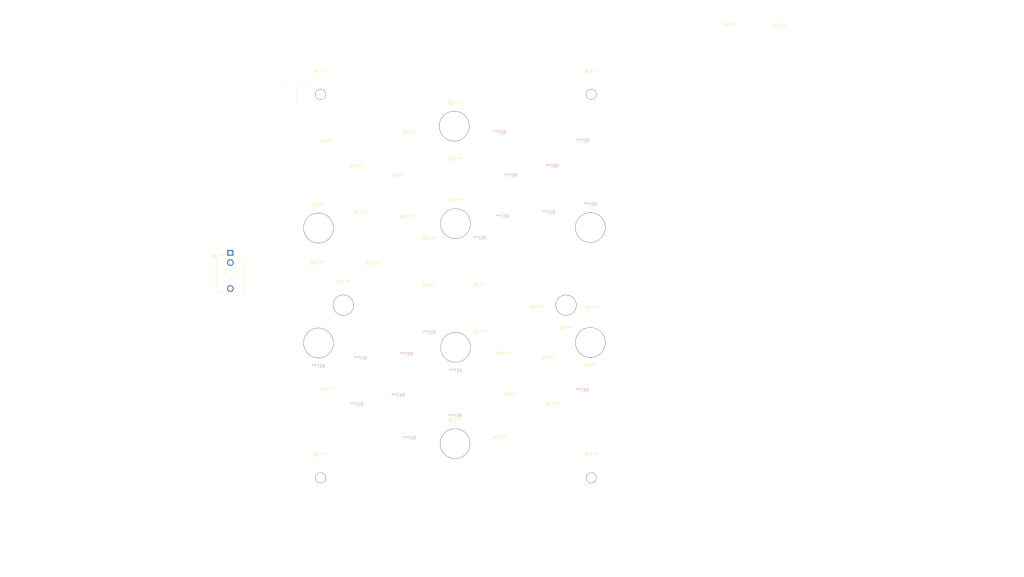
<source format=kicad_pcb>
(kicad_pcb (version 20171130) (host pcbnew "(6.0.0-rc1-dev-209-g91e3d21d6)")

  (general
    (thickness 1.6002)
    (drawings 83)
    (tracks 0)
    (zones 0)
    (modules 53)
    (nets 1)
  )

  (page A4)
  (title_block
    (date "15 jun 2016")
  )

  (layers
    (0 Front signal)
    (31 Back signal)
    (32 B.Adhes user)
    (33 F.Adhes user)
    (34 B.Paste user)
    (35 F.Paste user)
    (36 B.SilkS user)
    (37 F.SilkS user)
    (38 B.Mask user)
    (39 F.Mask user)
    (40 Dwgs.User user)
    (41 Cmts.User user)
    (42 Eco1.User user)
    (43 Eco2.User user)
    (44 Edge.Cuts user)
  )

  (setup
    (last_trace_width 0.2032)
    (trace_clearance 0.254)
    (zone_clearance 0.508)
    (zone_45_only no)
    (trace_min 0.2032)
    (via_size 0.889)
    (via_drill 0.635)
    (via_min_size 0.889)
    (via_min_drill 0.508)
    (uvia_size 0.508)
    (uvia_drill 0.127)
    (uvias_allowed no)
    (uvia_min_size 0.508)
    (uvia_min_drill 0.127)
    (edge_width 0.02032)
    (segment_width 0.381)
    (pcb_text_width 0.3048)
    (pcb_text_size 1.524 2.032)
    (mod_edge_width 0.381)
    (mod_text_size 1.524 1.524)
    (mod_text_width 0.3048)
    (pad_size 6.6 6.6)
    (pad_drill 6.4)
    (pad_to_mask_clearance 0.254)
    (aux_axis_origin 0 0)
    (visible_elements FFFFFF7F)
    (pcbplotparams
      (layerselection 0x010c0_ffffffff)
      (usegerberextensions true)
      (usegerberattributes false)
      (usegerberadvancedattributes false)
      (creategerberjobfile false)
      (excludeedgelayer true)
      (linewidth 0.150000)
      (plotframeref false)
      (viasonmask false)
      (mode 1)
      (useauxorigin false)
      (hpglpennumber 1)
      (hpglpenspeed 20)
      (hpglpendiameter 15.000000)
      (psnegative false)
      (psa4output false)
      (plotreference false)
      (plotvalue false)
      (plotinvisibletext false)
      (padsonsilk false)
      (subtractmaskfromsilk false)
      (outputformat 1)
      (mirror false)
      (drillshape 0)
      (scaleselection 1)
      (outputdirectory ""))
  )

  (net 0 "")

  (net_class Default "This is the default net class."
    (clearance 0.254)
    (trace_width 0.2032)
    (via_dia 0.889)
    (via_drill 0.635)
    (uvia_dia 0.508)
    (uvia_drill 0.127)
  )

  (module Mounting_Holes:MountingHole_6.4mm_M6 (layer Front) (tedit 5D12417A) (tstamp 5D41EF6A)
    (at 172.47 156.2)
    (descr "Mounting Hole 6.4mm, no annular, M6")
    (tags "mounting hole 6.4mm no annular m6")
    (fp_text reference REF** (at 0 -7.4) (layer F.SilkS)
      (effects (font (size 1 1) (thickness 0.15)))
    )
    (fp_text value MountingHole_6.4mm_M6 (at 0 7.4) (layer F.Fab)
      (effects (font (size 1 1) (thickness 0.15)))
    )
    (fp_circle (center 0 0) (end 6.4 0) (layer Cmts.User) (width 0.15))
    (fp_circle (center 0 0) (end 6.65 0) (layer F.CrtYd) (width 0.05))
    (pad "" np_thru_hole circle (at 0 0) (size 9.6 9.6) (drill 9.4) (layers *.Cu))
  )

  (module Mounting_Holes:MountingHole_6.4mm_M6 (layer Front) (tedit 56D1B4CB) (tstamp 5D1A11C1)
    (at 131.7 146.3)
    (descr "Mounting Hole 6.4mm, no annular, M6")
    (tags "mounting hole 6.4mm no annular m6")
    (fp_text reference REF** (at 0 -7.4) (layer F.SilkS)
      (effects (font (size 1 1) (thickness 0.15)))
    )
    (fp_text value MountingHole_6.4mm_M6 (at 0 7.4) (layer F.Fab)
      (effects (font (size 1 1) (thickness 0.15)))
    )
    (fp_circle (center 0 0) (end 6.65 0) (layer F.CrtYd) (width 0.05))
    (fp_circle (center 0 0) (end 6.4 0) (layer Cmts.User) (width 0.15))
    (pad 1 np_thru_hole circle (at 0 0) (size 6.4 6.4) (drill 6.4) (layers *.Cu *.Mask))
  )

  (module Mounting_Holes:MountingHole_6.4mm_M6 (layer Back) (tedit 56D1B4CB) (tstamp 5D1A8F3A)
    (at 212.98 146.51 180)
    (descr "Mounting Hole 6.4mm, no annular, M6")
    (tags "mounting hole 6.4mm no annular m6")
    (fp_text reference REF** (at 0 7.4 180) (layer B.SilkS)
      (effects (font (size 1 1) (thickness 0.15)) (justify mirror))
    )
    (fp_text value MountingHole_6.4mm_M6 (at 0 -7.4 180) (layer B.Fab)
      (effects (font (size 1 1) (thickness 0.15)) (justify mirror))
    )
    (fp_circle (center 0 0) (end 6.65 0) (layer B.CrtYd) (width 0.05))
    (fp_circle (center 0 0) (end 6.4 0) (layer Cmts.User) (width 0.15))
    (pad 1 np_thru_hole circle (at 0 0 180) (size 6.4 6.4) (drill 6.4) (layers *.Cu *.Mask))
  )

  (module Mounting_Holes:MountingHole_6.4mm_M6 (layer Back) (tedit 56D1B4CB) (tstamp 5D1A8C0D)
    (at 157.89 147.04)
    (descr "Mounting Hole 6.4mm, no annular, M6")
    (tags "mounting hole 6.4mm no annular m6")
    (fp_text reference REF** (at 0 7.4) (layer B.SilkS)
      (effects (font (size 1 1) (thickness 0.15)) (justify mirror))
    )
    (fp_text value MountingHole_6.4mm_M6 (at 0 -7.4) (layer B.Fab)
      (effects (font (size 1 1) (thickness 0.15)) (justify mirror))
    )
    (fp_circle (center 0 0) (end 6.65 0) (layer B.CrtYd) (width 0.05))
    (fp_circle (center 0 0) (end 6.4 0) (layer Cmts.User) (width 0.15))
    (pad 1 np_thru_hole circle (at 0 0) (size 6.4 6.4) (drill 6.4) (layers *.Cu *.Mask))
  )

  (module Mounting_Holes:MountingHole_6.4mm_M6 (layer Front) (tedit 56D1B4CB) (tstamp 5D1A8F82)
    (at 186.63 146.88 180)
    (descr "Mounting Hole 6.4mm, no annular, M6")
    (tags "mounting hole 6.4mm no annular m6")
    (fp_text reference REF** (at 0 -7.4 180) (layer F.SilkS)
      (effects (font (size 1 1) (thickness 0.15)))
    )
    (fp_text value MountingHole_6.4mm_M6 (at 0 7.4 180) (layer F.Fab)
      (effects (font (size 1 1) (thickness 0.15)))
    )
    (fp_circle (center 0 0) (end 6.65 0) (layer F.CrtYd) (width 0.05))
    (fp_circle (center 0 0) (end 6.4 0) (layer Cmts.User) (width 0.15))
    (pad 1 np_thru_hole circle (at 0 0 180) (size 6.4 6.4) (drill 6.4) (layers *.Cu *.Mask))
  )

  (module Mounting_Holes:MountingHole_6.4mm_M6 locked (layer Front) (tedit 5D1241CF) (tstamp 5D1A930C)
    (at 215.9 167.13)
    (descr "Mounting Hole 6.4mm, no annular, M6")
    (tags "mounting hole 6.4mm no annular m6")
    (fp_text reference REF** (at 0 -7.4) (layer F.SilkS)
      (effects (font (size 1 1) (thickness 0.15)))
    )
    (fp_text value MountingHole_6.4mm_M6 (at 0 7.4) (layer F.Fab)
      (effects (font (size 1 1) (thickness 0.15)))
    )
    (fp_circle (center 0 0) (end 6.4 0) (layer Cmts.User) (width 0.15))
    (fp_circle (center 0 0) (end 6.65 0) (layer F.CrtYd) (width 0.05))
    (pad "" np_thru_hole circle (at 0 0) (size 3.4 3.4) (drill 3.2) (layers *.Cu *.Mask))
  )

  (module Mounting_Holes:MountingHole_6.4mm_M6 locked (layer Front) (tedit 5D1241CF) (tstamp 5D1A9305)
    (at 215.9 44.7)
    (descr "Mounting Hole 6.4mm, no annular, M6")
    (tags "mounting hole 6.4mm no annular m6")
    (fp_text reference REF** (at 0 -7.4) (layer F.SilkS)
      (effects (font (size 1 1) (thickness 0.15)))
    )
    (fp_text value MountingHole_6.4mm_M6 (at 0 7.4) (layer F.Fab)
      (effects (font (size 1 1) (thickness 0.15)))
    )
    (fp_circle (center 0 0) (end 6.65 0) (layer F.CrtYd) (width 0.05))
    (fp_circle (center 0 0) (end 6.4 0) (layer Cmts.User) (width 0.15))
    (pad "" np_thru_hole circle (at 0 0) (size 3.4 3.4) (drill 3.2) (layers *.Cu *.Mask))
  )

  (module Mounting_Holes:MountingHole_6.4mm_M6 (layer Front) (tedit 56D1B4CB) (tstamp 5D1A8FB2)
    (at 198.42 105.22 180)
    (descr "Mounting Hole 6.4mm, no annular, M6")
    (tags "mounting hole 6.4mm no annular m6")
    (fp_text reference REF** (at 0 -7.4 180) (layer F.SilkS)
      (effects (font (size 1 1) (thickness 0.15)))
    )
    (fp_text value MountingHole_6.4mm_M6 (at 0 7.4 180) (layer F.Fab)
      (effects (font (size 1 1) (thickness 0.15)))
    )
    (fp_circle (center 0 0) (end 6.4 0) (layer Cmts.User) (width 0.15))
    (fp_circle (center 0 0) (end 6.65 0) (layer F.CrtYd) (width 0.05))
    (pad 1 np_thru_hole circle (at 0 0 180) (size 6.4 6.4) (drill 6.4) (layers *.Cu *.Mask))
  )

  (module Mounting_Holes:MountingHole_6.4mm_M6 (layer Front) (tedit 56D1B4CB) (tstamp 5D1A8FA6)
    (at 216.04 105.42 180)
    (descr "Mounting Hole 6.4mm, no annular, M6")
    (tags "mounting hole 6.4mm no annular m6")
    (fp_text reference REF** (at 0 -7.4 180) (layer F.SilkS)
      (effects (font (size 1 1) (thickness 0.15)))
    )
    (fp_text value MountingHole_6.4mm_M6 (at 0 7.4 180) (layer F.Fab)
      (effects (font (size 1 1) (thickness 0.15)))
    )
    (fp_circle (center 0 0) (end 6.65 0) (layer F.CrtYd) (width 0.05))
    (fp_circle (center 0 0) (end 6.4 0) (layer Cmts.User) (width 0.15))
    (pad 1 np_thru_hole circle (at 0 0 180) (size 6.4 6.4) (drill 6.4) (layers *.Cu *.Mask))
  )

  (module Mounting_Holes:MountingHole_6.4mm_M6 (layer Front) (tedit 56D1B4CB) (tstamp 5D1A8FA0)
    (at 180.27 113.14 180)
    (descr "Mounting Hole 6.4mm, no annular, M6")
    (tags "mounting hole 6.4mm no annular m6")
    (fp_text reference REF** (at 0 -7.4 180) (layer F.SilkS)
      (effects (font (size 1 1) (thickness 0.15)))
    )
    (fp_text value MountingHole_6.4mm_M6 (at 0 7.4 180) (layer F.Fab)
      (effects (font (size 1 1) (thickness 0.15)))
    )
    (fp_circle (center 0 0) (end 6.4 0) (layer Cmts.User) (width 0.15))
    (fp_circle (center 0 0) (end 6.65 0) (layer F.CrtYd) (width 0.05))
    (pad 1 np_thru_hole circle (at 0 0 180) (size 6.4 6.4) (drill 6.4) (layers *.Cu *.Mask))
  )

  (module Mounting_Holes:MountingHole_6.4mm_M6 (layer Front) (tedit 56D1B4CB) (tstamp 5D1A8F9A)
    (at 180.48 98.11 180)
    (descr "Mounting Hole 6.4mm, no annular, M6")
    (tags "mounting hole 6.4mm no annular m6")
    (fp_text reference REF** (at 0 -7.4 180) (layer F.SilkS)
      (effects (font (size 1 1) (thickness 0.15)))
    )
    (fp_text value MountingHole_6.4mm_M6 (at 0 7.4 180) (layer F.Fab)
      (effects (font (size 1 1) (thickness 0.15)))
    )
    (fp_circle (center 0 0) (end 6.4 0) (layer Cmts.User) (width 0.15))
    (fp_circle (center 0 0) (end 6.65 0) (layer F.CrtYd) (width 0.05))
    (pad 1 np_thru_hole circle (at 0 0 180) (size 6.4 6.4) (drill 6.4) (layers *.Cu *.Mask))
  )

  (module Mounting_Holes:MountingHole_6.4mm_M6 (layer Front) (tedit 56D1B4CB) (tstamp 5D1A8F94)
    (at 202.28 121.37 180)
    (descr "Mounting Hole 6.4mm, no annular, M6")
    (tags "mounting hole 6.4mm no annular m6")
    (fp_text reference REF** (at 0 -7.4 180) (layer F.SilkS)
      (effects (font (size 1 1) (thickness 0.15)))
    )
    (fp_text value MountingHole_6.4mm_M6 (at 0 7.4 180) (layer F.Fab)
      (effects (font (size 1 1) (thickness 0.15)))
    )
    (fp_circle (center 0 0) (end 6.65 0) (layer F.CrtYd) (width 0.05))
    (fp_circle (center 0 0) (end 6.4 0) (layer Cmts.User) (width 0.15))
    (pad 1 np_thru_hole circle (at 0 0 180) (size 6.4 6.4) (drill 6.4) (layers *.Cu *.Mask))
  )

  (module Mounting_Holes:MountingHole_6.4mm_M6 (layer Front) (tedit 56D1B4CB) (tstamp 5D1A8F8E)
    (at 190.21 133.18 180)
    (descr "Mounting Hole 6.4mm, no annular, M6")
    (tags "mounting hole 6.4mm no annular m6")
    (fp_text reference REF** (at 0 -7.4 180) (layer F.SilkS)
      (effects (font (size 1 1) (thickness 0.15)))
    )
    (fp_text value MountingHole_6.4mm_M6 (at 0 7.4 180) (layer F.Fab)
      (effects (font (size 1 1) (thickness 0.15)))
    )
    (fp_circle (center 0 0) (end 6.4 0) (layer Cmts.User) (width 0.15))
    (fp_circle (center 0 0) (end 6.65 0) (layer F.CrtYd) (width 0.05))
    (pad 1 np_thru_hole circle (at 0 0 180) (size 6.4 6.4) (drill 6.4) (layers *.Cu *.Mask))
  )

  (module Mounting_Holes:MountingHole_6.4mm_M6 (layer Front) (tedit 56D1B4CB) (tstamp 5D1A8F88)
    (at 203.44 136.11 180)
    (descr "Mounting Hole 6.4mm, no annular, M6")
    (tags "mounting hole 6.4mm no annular m6")
    (fp_text reference REF** (at 0 -7.4 180) (layer F.SilkS)
      (effects (font (size 1 1) (thickness 0.15)))
    )
    (fp_text value MountingHole_6.4mm_M6 (at 0 7.4 180) (layer F.Fab)
      (effects (font (size 1 1) (thickness 0.15)))
    )
    (fp_circle (center 0 0) (end 6.4 0) (layer Cmts.User) (width 0.15))
    (fp_circle (center 0 0) (end 6.65 0) (layer F.CrtYd) (width 0.05))
    (pad 1 np_thru_hole circle (at 0 0 180) (size 6.4 6.4) (drill 6.4) (layers *.Cu *.Mask))
  )

  (module Mounting_Holes:MountingHole_6.4mm_M6 (layer Front) (tedit 5D1241FA) (tstamp 5D1A8F64)
    (at 207.85 112 180)
    (descr "Mounting Hole 6.4mm, no annular, M6")
    (tags "mounting hole 6.4mm no annular m6")
    (fp_text reference REF** (at 0 -7.4 180) (layer F.SilkS)
      (effects (font (size 1 1) (thickness 0.15)))
    )
    (fp_text value MountingHole_6.4mm_M6 (at 0 7.4 180) (layer F.Fab)
      (effects (font (size 1 1) (thickness 0.15)))
    )
    (fp_circle (center 0 0) (end 6.4 0) (layer Cmts.User) (width 0.15))
    (fp_circle (center 0 0) (end 6.65 0) (layer F.CrtYd) (width 0.05))
    (pad "" np_thru_hole circle (at 0 0 180) (size 6.6 6.6) (drill 6.4) (layers *.Cu *.Mask))
  )

  (module Mounting_Holes:MountingHole_6.4mm_M6 (layer Front) (tedit 5D124193) (tstamp 5D1A8F5E)
    (at 215.61 123.91 180)
    (descr "Mounting Hole 6.4mm, no annular, M6")
    (tags "mounting hole 6.4mm no annular m6")
    (fp_text reference REF** (at 0 -7.4 180) (layer F.SilkS)
      (effects (font (size 1 1) (thickness 0.15)))
    )
    (fp_text value MountingHole_6.4mm_M6 (at 0 7.4 180) (layer F.Fab)
      (effects (font (size 1 1) (thickness 0.15)))
    )
    (fp_circle (center 0 0) (end 6.65 0) (layer F.CrtYd) (width 0.05))
    (fp_circle (center 0 0) (end 6.4 0) (layer Cmts.User) (width 0.15))
    (pad "" np_thru_hole circle (at 0 0 180) (size 9.6 9.6) (drill 9.4) (layers *.Cu))
  )

  (module Mounting_Holes:MountingHole_6.4mm_M6 (layer Front) (tedit 56D1B4CB) (tstamp 5D1A8F58)
    (at 187.59 120.05 180)
    (descr "Mounting Hole 6.4mm, no annular, M6")
    (tags "mounting hole 6.4mm no annular m6")
    (fp_text reference REF** (at 0 -7.4 180) (layer F.SilkS)
      (effects (font (size 1 1) (thickness 0.15)))
    )
    (fp_text value MountingHole_6.4mm_M6 (at 0 7.4 180) (layer F.Fab)
      (effects (font (size 1 1) (thickness 0.15)))
    )
    (fp_circle (center 0 0) (end 6.65 0) (layer F.CrtYd) (width 0.05))
    (fp_circle (center 0 0) (end 6.4 0) (layer Cmts.User) (width 0.15))
    (pad 1 np_thru_hole circle (at 0 0 180) (size 6.4 6.4) (drill 6.4) (layers *.Cu *.Mask))
  )

  (module Mounting_Holes:MountingHole_6.4mm_M6 (layer Back) (tedit 56D1B4CB) (tstamp 5D1A8F52)
    (at 187.59 91.08 180)
    (descr "Mounting Hole 6.4mm, no annular, M6")
    (tags "mounting hole 6.4mm no annular m6")
    (fp_text reference REF** (at 0 7.4 180) (layer B.SilkS)
      (effects (font (size 1 1) (thickness 0.15)) (justify mirror))
    )
    (fp_text value MountingHole_6.4mm_M6 (at 0 -7.4 180) (layer B.Fab)
      (effects (font (size 1 1) (thickness 0.15)) (justify mirror))
    )
    (fp_circle (center 0 0) (end 6.4 0) (layer Cmts.User) (width 0.15))
    (fp_circle (center 0 0) (end 6.65 0) (layer B.CrtYd) (width 0.05))
    (pad 1 np_thru_hole circle (at 0 0 180) (size 6.4 6.4) (drill 6.4) (layers *.Cu *.Mask))
  )

  (module Mounting_Holes:MountingHole_6.4mm_M6 (layer Back) (tedit 5D124193) (tstamp 5D1A8F4C)
    (at 215.61 87.22 180)
    (descr "Mounting Hole 6.4mm, no annular, M6")
    (tags "mounting hole 6.4mm no annular m6")
    (fp_text reference REF** (at 0 7.4 180) (layer B.SilkS)
      (effects (font (size 1 1) (thickness 0.15)) (justify mirror))
    )
    (fp_text value MountingHole_6.4mm_M6 (at 0 -7.4 180) (layer B.Fab)
      (effects (font (size 1 1) (thickness 0.15)) (justify mirror))
    )
    (fp_circle (center 0 0) (end 6.4 0) (layer Cmts.User) (width 0.15))
    (fp_circle (center 0 0) (end 6.65 0) (layer B.CrtYd) (width 0.05))
    (pad "" np_thru_hole circle (at 0 0 180) (size 9.6 9.6) (drill 9.4) (layers *.Cu))
  )

  (module Mounting_Holes:MountingHole_6.4mm_M6 (layer Back) (tedit 56D1B4CB) (tstamp 5D1A8F34)
    (at 213.19 66.9 180)
    (descr "Mounting Hole 6.4mm, no annular, M6")
    (tags "mounting hole 6.4mm no annular m6")
    (fp_text reference REF** (at 0 7.4 180) (layer B.SilkS)
      (effects (font (size 1 1) (thickness 0.15)) (justify mirror))
    )
    (fp_text value MountingHole_6.4mm_M6 (at 0 -7.4 180) (layer B.Fab)
      (effects (font (size 1 1) (thickness 0.15)) (justify mirror))
    )
    (fp_circle (center 0 0) (end 6.4 0) (layer Cmts.User) (width 0.15))
    (fp_circle (center 0 0) (end 6.65 0) (layer B.CrtYd) (width 0.05))
    (pad 1 np_thru_hole circle (at 0 0 180) (size 6.4 6.4) (drill 6.4) (layers *.Cu *.Mask))
  )

  (module Mounting_Holes:MountingHole_6.4mm_M6 (layer Back) (tedit 56D1B4CB) (tstamp 5D1A8F2E)
    (at 186.63 64.25 180)
    (descr "Mounting Hole 6.4mm, no annular, M6")
    (tags "mounting hole 6.4mm no annular m6")
    (fp_text reference REF** (at 0 7.4 180) (layer B.SilkS)
      (effects (font (size 1 1) (thickness 0.15)) (justify mirror))
    )
    (fp_text value MountingHole_6.4mm_M6 (at 0 -7.4 180) (layer B.Fab)
      (effects (font (size 1 1) (thickness 0.15)) (justify mirror))
    )
    (fp_circle (center 0 0) (end 6.4 0) (layer Cmts.User) (width 0.15))
    (fp_circle (center 0 0) (end 6.65 0) (layer B.CrtYd) (width 0.05))
    (pad 1 np_thru_hole circle (at 0 0 180) (size 6.4 6.4) (drill 6.4) (layers *.Cu *.Mask))
  )

  (module Mounting_Holes:MountingHole_6.4mm_M6 (layer Back) (tedit 56D1B4CB) (tstamp 5D1A8F28)
    (at 203.44 75.02 180)
    (descr "Mounting Hole 6.4mm, no annular, M6")
    (tags "mounting hole 6.4mm no annular m6")
    (fp_text reference REF** (at 0 7.4 180) (layer B.SilkS)
      (effects (font (size 1 1) (thickness 0.15)) (justify mirror))
    )
    (fp_text value MountingHole_6.4mm_M6 (at 0 -7.4 180) (layer B.Fab)
      (effects (font (size 1 1) (thickness 0.15)) (justify mirror))
    )
    (fp_circle (center 0 0) (end 6.65 0) (layer B.CrtYd) (width 0.05))
    (fp_circle (center 0 0) (end 6.4 0) (layer Cmts.User) (width 0.15))
    (pad 1 np_thru_hole circle (at 0 0 180) (size 6.4 6.4) (drill 6.4) (layers *.Cu *.Mask))
  )

  (module Mounting_Holes:MountingHole_6.4mm_M6 (layer Back) (tedit 56D1B4CB) (tstamp 5D1A8F22)
    (at 190.21 77.95 180)
    (descr "Mounting Hole 6.4mm, no annular, M6")
    (tags "mounting hole 6.4mm no annular m6")
    (fp_text reference REF** (at 0 7.4 180) (layer B.SilkS)
      (effects (font (size 1 1) (thickness 0.15)) (justify mirror))
    )
    (fp_text value MountingHole_6.4mm_M6 (at 0 -7.4 180) (layer B.Fab)
      (effects (font (size 1 1) (thickness 0.15)) (justify mirror))
    )
    (fp_circle (center 0 0) (end 6.65 0) (layer B.CrtYd) (width 0.05))
    (fp_circle (center 0 0) (end 6.4 0) (layer Cmts.User) (width 0.15))
    (pad 1 np_thru_hole circle (at 0 0 180) (size 6.4 6.4) (drill 6.4) (layers *.Cu *.Mask))
  )

  (module Mounting_Holes:MountingHole_6.4mm_M6 (layer Back) (tedit 56D1B4CB) (tstamp 5D1A8F1C)
    (at 202.28 89.76 180)
    (descr "Mounting Hole 6.4mm, no annular, M6")
    (tags "mounting hole 6.4mm no annular m6")
    (fp_text reference REF** (at 0 7.4 180) (layer B.SilkS)
      (effects (font (size 1 1) (thickness 0.15)) (justify mirror))
    )
    (fp_text value MountingHole_6.4mm_M6 (at 0 -7.4 180) (layer B.Fab)
      (effects (font (size 1 1) (thickness 0.15)) (justify mirror))
    )
    (fp_circle (center 0 0) (end 6.4 0) (layer Cmts.User) (width 0.15))
    (fp_circle (center 0 0) (end 6.65 0) (layer B.CrtYd) (width 0.05))
    (pad 1 np_thru_hole circle (at 0 0 180) (size 6.4 6.4) (drill 6.4) (layers *.Cu *.Mask))
  )

  (module Mounting_Holes:MountingHole_6.4mm_M6 (layer Back) (tedit 56D1B4CB) (tstamp 5D1A8F16)
    (at 180.27 97.99 180)
    (descr "Mounting Hole 6.4mm, no annular, M6")
    (tags "mounting hole 6.4mm no annular m6")
    (fp_text reference REF** (at 0 7.4 180) (layer B.SilkS)
      (effects (font (size 1 1) (thickness 0.15)) (justify mirror))
    )
    (fp_text value MountingHole_6.4mm_M6 (at 0 -7.4 180) (layer B.Fab)
      (effects (font (size 1 1) (thickness 0.15)) (justify mirror))
    )
    (fp_circle (center 0 0) (end 6.65 0) (layer B.CrtYd) (width 0.05))
    (fp_circle (center 0 0) (end 6.4 0) (layer Cmts.User) (width 0.15))
    (pad 1 np_thru_hole circle (at 0 0 180) (size 6.4 6.4) (drill 6.4) (layers *.Cu *.Mask))
  )

  (module Mounting_Holes:MountingHole_6.4mm_M6 (layer Back) (tedit 5D10E963) (tstamp 5D1A8C37)
    (at 172.59 125.47)
    (descr "Mounting Hole 6.4mm, no annular, M6")
    (tags "mounting hole 6.4mm no annular m6")
    (fp_text reference REF** (at 0 7.4) (layer B.SilkS)
      (effects (font (size 1 1) (thickness 0.15)) (justify mirror))
    )
    (fp_text value MountingHole_6.4mm_M6 (at 0 -7.4) (layer B.Fab)
      (effects (font (size 1 1) (thickness 0.15)) (justify mirror))
    )
    (fp_circle (center 0 0) (end 6.65 0) (layer B.CrtYd) (width 0.05))
    (fp_circle (center 0 0) (end 6.4 0) (layer Cmts.User) (width 0.15))
    (pad "" np_thru_hole circle (at 0 0) (size 9.6 9.6) (drill 9.4) (layers *.Cu))
  )

  (module Mounting_Holes:MountingHole_6.4mm_M6 (layer Back) (tedit 56D1B4CB) (tstamp 5D1A8C2B)
    (at 164.25 113.3)
    (descr "Mounting Hole 6.4mm, no annular, M6")
    (tags "mounting hole 6.4mm no annular m6")
    (fp_text reference REF** (at 0 7.4) (layer B.SilkS)
      (effects (font (size 1 1) (thickness 0.15)) (justify mirror))
    )
    (fp_text value MountingHole_6.4mm_M6 (at 0 -7.4) (layer B.Fab)
      (effects (font (size 1 1) (thickness 0.15)) (justify mirror))
    )
    (fp_circle (center 0 0) (end 6.4 0) (layer Cmts.User) (width 0.15))
    (fp_circle (center 0 0) (end 6.65 0) (layer B.CrtYd) (width 0.05))
    (pad 1 np_thru_hole circle (at 0 0) (size 6.4 6.4) (drill 6.4) (layers *.Cu *.Mask))
  )

  (module Mounting_Holes:MountingHole_6.4mm_M6 (layer Back) (tedit 56D1B4CB) (tstamp 5D1A8C1F)
    (at 142.24 121.53)
    (descr "Mounting Hole 6.4mm, no annular, M6")
    (tags "mounting hole 6.4mm no annular m6")
    (fp_text reference REF** (at 0 7.4) (layer B.SilkS)
      (effects (font (size 1 1) (thickness 0.15)) (justify mirror))
    )
    (fp_text value MountingHole_6.4mm_M6 (at 0 -7.4) (layer B.Fab)
      (effects (font (size 1 1) (thickness 0.15)) (justify mirror))
    )
    (fp_circle (center 0 0) (end 6.65 0) (layer B.CrtYd) (width 0.05))
    (fp_circle (center 0 0) (end 6.4 0) (layer Cmts.User) (width 0.15))
    (pad 1 np_thru_hole circle (at 0 0) (size 6.4 6.4) (drill 6.4) (layers *.Cu *.Mask))
  )

  (module Mounting_Holes:MountingHole_6.4mm_M6 (layer Back) (tedit 56D1B4CB) (tstamp 5D1A8C19)
    (at 154.31 133.34)
    (descr "Mounting Hole 6.4mm, no annular, M6")
    (tags "mounting hole 6.4mm no annular m6")
    (fp_text reference REF** (at 0 7.4) (layer B.SilkS)
      (effects (font (size 1 1) (thickness 0.15)) (justify mirror))
    )
    (fp_text value MountingHole_6.4mm_M6 (at 0 -7.4) (layer B.Fab)
      (effects (font (size 1 1) (thickness 0.15)) (justify mirror))
    )
    (fp_circle (center 0 0) (end 6.4 0) (layer Cmts.User) (width 0.15))
    (fp_circle (center 0 0) (end 6.65 0) (layer B.CrtYd) (width 0.05))
    (pad 1 np_thru_hole circle (at 0 0) (size 6.4 6.4) (drill 6.4) (layers *.Cu *.Mask))
  )

  (module Mounting_Holes:MountingHole_6.4mm_M6 (layer Back) (tedit 56D1B4CB) (tstamp 5D1A8C13)
    (at 141.08 136.27)
    (descr "Mounting Hole 6.4mm, no annular, M6")
    (tags "mounting hole 6.4mm no annular m6")
    (fp_text reference REF** (at 0 7.4) (layer B.SilkS)
      (effects (font (size 1 1) (thickness 0.15)) (justify mirror))
    )
    (fp_text value MountingHole_6.4mm_M6 (at 0 -7.4) (layer B.Fab)
      (effects (font (size 1 1) (thickness 0.15)) (justify mirror))
    )
    (fp_circle (center 0 0) (end 6.4 0) (layer Cmts.User) (width 0.15))
    (fp_circle (center 0 0) (end 6.65 0) (layer B.CrtYd) (width 0.05))
    (pad 1 np_thru_hole circle (at 0 0) (size 6.4 6.4) (drill 6.4) (layers *.Cu *.Mask))
  )

  (module Mounting_Holes:MountingHole_6.4mm_M6 (layer Back) (tedit 56D1B4CB) (tstamp 5D1A8BF5)
    (at 172.55 139.93)
    (descr "Mounting Hole 6.4mm, no annular, M6")
    (tags "mounting hole 6.4mm no annular m6")
    (fp_text reference REF** (at 0 7.4) (layer B.SilkS)
      (effects (font (size 1 1) (thickness 0.15)) (justify mirror))
    )
    (fp_text value MountingHole_6.4mm_M6 (at 0 -7.4) (layer B.Fab)
      (effects (font (size 1 1) (thickness 0.15)) (justify mirror))
    )
    (fp_circle (center 0 0) (end 6.4 0) (layer Cmts.User) (width 0.15))
    (fp_circle (center 0 0) (end 6.65 0) (layer B.CrtYd) (width 0.05))
    (pad 1 np_thru_hole circle (at 0 0) (size 6.4 6.4) (drill 6.4) (layers *.Cu *.Mask))
  )

  (module Mounting_Holes:MountingHole_6.4mm_M6 (layer Back) (tedit 5D124193) (tstamp 5D1A8BEF)
    (at 128.91 124.07)
    (descr "Mounting Hole 6.4mm, no annular, M6")
    (tags "mounting hole 6.4mm no annular m6")
    (fp_text reference REF** (at 0 7.4) (layer B.SilkS)
      (effects (font (size 1 1) (thickness 0.15)) (justify mirror))
    )
    (fp_text value MountingHole_6.4mm_M6 (at 0 -7.4) (layer B.Fab)
      (effects (font (size 1 1) (thickness 0.15)) (justify mirror))
    )
    (fp_circle (center 0 0) (end 6.65 0) (layer B.CrtYd) (width 0.05))
    (fp_circle (center 0 0) (end 6.4 0) (layer Cmts.User) (width 0.15))
    (pad "" np_thru_hole circle (at 0 0) (size 9.6 9.6) (drill 9.4) (layers *.Cu))
  )

  (module Mounting_Holes:MountingHole_6.4mm_M6 (layer Back) (tedit 56D1B4CB) (tstamp 5D1A8BE9)
    (at 156.93 120.21)
    (descr "Mounting Hole 6.4mm, no annular, M6")
    (tags "mounting hole 6.4mm no annular m6")
    (fp_text reference REF** (at 0 7.4) (layer B.SilkS)
      (effects (font (size 1 1) (thickness 0.15)) (justify mirror))
    )
    (fp_text value MountingHole_6.4mm_M6 (at 0 -7.4) (layer B.Fab)
      (effects (font (size 1 1) (thickness 0.15)) (justify mirror))
    )
    (fp_circle (center 0 0) (end 6.65 0) (layer B.CrtYd) (width 0.05))
    (fp_circle (center 0 0) (end 6.4 0) (layer Cmts.User) (width 0.15))
    (pad 1 np_thru_hole circle (at 0 0) (size 6.4 6.4) (drill 6.4) (layers *.Cu *.Mask))
  )

  (module Mounting_Holes:MountingHole_6.4mm_M6 (layer Front) (tedit 56D1B4CB) (tstamp 5D1A47B2)
    (at 156.93 91.24)
    (descr "Mounting Hole 6.4mm, no annular, M6")
    (tags "mounting hole 6.4mm no annular m6")
    (fp_text reference REF** (at 0 -7.4) (layer F.SilkS)
      (effects (font (size 1 1) (thickness 0.15)))
    )
    (fp_text value MountingHole_6.4mm_M6 (at 0 7.4) (layer F.Fab)
      (effects (font (size 1 1) (thickness 0.15)))
    )
    (fp_circle (center 0 0) (end 6.4 0) (layer Cmts.User) (width 0.15))
    (fp_circle (center 0 0) (end 6.65 0) (layer F.CrtYd) (width 0.05))
    (pad 1 np_thru_hole circle (at 0 0) (size 6.4 6.4) (drill 6.4) (layers *.Cu *.Mask))
  )

  (module Mounting_Holes:MountingHole_6.4mm_M6 (layer Front) (tedit 5D124193) (tstamp 5D1A4137)
    (at 128.91 87.38)
    (descr "Mounting Hole 6.4mm, no annular, M6")
    (tags "mounting hole 6.4mm no annular m6")
    (fp_text reference REF** (at 0 -7.4) (layer F.SilkS)
      (effects (font (size 1 1) (thickness 0.15)))
    )
    (fp_text value MountingHole_6.4mm_M6 (at 0 7.4) (layer F.Fab)
      (effects (font (size 1 1) (thickness 0.15)))
    )
    (fp_circle (center 0 0) (end 6.4 0) (layer Cmts.User) (width 0.15))
    (fp_circle (center 0 0) (end 6.65 0) (layer F.CrtYd) (width 0.05))
    (pad "" np_thru_hole circle (at 0 0) (size 9.6 9.6) (drill 9.4) (layers *.Cu))
  )

  (module Mounting_Holes:MountingHole_6.4mm_M6 (layer Front) (tedit 5D1241FA) (tstamp 5D1A39A5)
    (at 136.85 112)
    (descr "Mounting Hole 6.4mm, no annular, M6")
    (tags "mounting hole 6.4mm no annular m6")
    (fp_text reference REF** (at 0 -7.4) (layer F.SilkS)
      (effects (font (size 1 1) (thickness 0.15)))
    )
    (fp_text value MountingHole_6.4mm_M6 (at 0 7.4) (layer F.Fab)
      (effects (font (size 1 1) (thickness 0.15)))
    )
    (fp_circle (center 0 0) (end 6.65 0) (layer F.CrtYd) (width 0.05))
    (fp_circle (center 0 0) (end 6.4 0) (layer Cmts.User) (width 0.15))
    (pad "" np_thru_hole circle (at 0 0) (size 6.6 6.6) (drill 6.4) (layers *.Cu *.Mask))
  )

  (module Mounting_Holes:MountingHole_6.4mm_M6 locked (layer Front) (tedit 5D1241DB) (tstamp 5D1A2A55)
    (at 129.54 167.13)
    (descr "Mounting Hole 6.4mm, no annular, M6")
    (tags "mounting hole 6.4mm no annular m6")
    (fp_text reference REF** (at 0 -7.4) (layer F.SilkS)
      (effects (font (size 1 1) (thickness 0.15)))
    )
    (fp_text value MountingHole_6.4mm_M6 (at 0 7.4) (layer F.Fab)
      (effects (font (size 1 1) (thickness 0.15)))
    )
    (fp_circle (center 0 0) (end 6.65 0) (layer F.CrtYd) (width 0.05))
    (fp_circle (center 0 0) (end 6.4 0) (layer Cmts.User) (width 0.15))
    (pad "" np_thru_hole circle (at 0 0) (size 3.4 3.4) (drill 3.2) (layers *.Cu *.Mask))
  )

  (module Mounting_Holes:MountingHole_6.4mm_M6 locked (layer Front) (tedit 5D1241CF) (tstamp 5D1A175F)
    (at 129.53 44.72)
    (descr "Mounting Hole 6.4mm, no annular, M6")
    (tags "mounting hole 6.4mm no annular m6")
    (fp_text reference REF** (at 0 -7.4) (layer F.SilkS)
      (effects (font (size 1 1) (thickness 0.15)))
    )
    (fp_text value MountingHole_6.4mm_M6 (at 0 7.4) (layer F.Fab)
      (effects (font (size 1 1) (thickness 0.15)))
    )
    (fp_circle (center 0 0) (end 6.4 0) (layer Cmts.User) (width 0.15))
    (fp_circle (center 0 0) (end 6.65 0) (layer F.CrtYd) (width 0.05))
    (pad "" np_thru_hole circle (at 0 0) (size 3.4 3.4) (drill 3.2) (layers *.Cu *.Mask))
  )

  (module Mounting_Holes:MountingHole_6.4mm_M6 (layer Front) (tedit 56D1B4CB) (tstamp 5D1A160C)
    (at 172.37 72.75)
    (descr "Mounting Hole 6.4mm, no annular, M6")
    (tags "mounting hole 6.4mm no annular m6")
    (fp_text reference REF** (at 0 -7.4) (layer F.SilkS)
      (effects (font (size 1 1) (thickness 0.15)))
    )
    (fp_text value MountingHole_6.4mm_M6 (at 0 7.4) (layer F.Fab)
      (effects (font (size 1 1) (thickness 0.15)))
    )
    (fp_circle (center 0 0) (end 6.65 0) (layer F.CrtYd) (width 0.05))
    (fp_circle (center 0 0) (end 6.4 0) (layer Cmts.User) (width 0.15))
    (pad 1 np_thru_hole circle (at 0 0) (size 6.4 6.4) (drill 6.4) (layers *.Cu *.Mask))
  )

  (module Mounting_Holes:MountingHole_6.4mm_M6 (layer Front) (tedit 5D12417A) (tstamp 5D1A14BA)
    (at 172.19 54.86)
    (descr "Mounting Hole 6.4mm, no annular, M6")
    (tags "mounting hole 6.4mm no annular m6")
    (fp_text reference REF** (at 0 -7.4) (layer F.SilkS)
      (effects (font (size 1 1) (thickness 0.15)))
    )
    (fp_text value MountingHole_6.4mm_M6 (at 0 7.4) (layer F.Fab)
      (effects (font (size 1 1) (thickness 0.15)))
    )
    (fp_circle (center 0 0) (end 6.65 0) (layer F.CrtYd) (width 0.05))
    (fp_circle (center 0 0) (end 6.4 0) (layer Cmts.User) (width 0.15))
    (pad "" np_thru_hole circle (at 0 0) (size 9.6 9.6) (drill 9.4) (layers *.Cu))
  )

  (module Mounting_Holes:MountingHole_6.4mm_M6 (layer Front) (tedit 56D1B4CB) (tstamp 5D1A11BA)
    (at 131.33 67.06)
    (descr "Mounting Hole 6.4mm, no annular, M6")
    (tags "mounting hole 6.4mm no annular m6")
    (fp_text reference REF** (at 0 -7.4) (layer F.SilkS)
      (effects (font (size 1 1) (thickness 0.15)))
    )
    (fp_text value MountingHole_6.4mm_M6 (at 0 7.4) (layer F.Fab)
      (effects (font (size 1 1) (thickness 0.15)))
    )
    (fp_circle (center 0 0) (end 6.4 0) (layer Cmts.User) (width 0.15))
    (fp_circle (center 0 0) (end 6.65 0) (layer F.CrtYd) (width 0.05))
    (pad 1 np_thru_hole circle (at 0 0) (size 6.4 6.4) (drill 6.4) (layers *.Cu *.Mask))
  )

  (module Mounting_Holes:MountingHole_6.4mm_M6 (layer Front) (tedit 56D1B4CB) (tstamp 5D1A11B3)
    (at 157.89 64.41)
    (descr "Mounting Hole 6.4mm, no annular, M6")
    (tags "mounting hole 6.4mm no annular m6")
    (fp_text reference REF** (at 0 -7.4) (layer F.SilkS)
      (effects (font (size 1 1) (thickness 0.15)))
    )
    (fp_text value MountingHole_6.4mm_M6 (at 0 7.4) (layer F.Fab)
      (effects (font (size 1 1) (thickness 0.15)))
    )
    (fp_circle (center 0 0) (end 6.4 0) (layer Cmts.User) (width 0.15))
    (fp_circle (center 0 0) (end 6.65 0) (layer F.CrtYd) (width 0.05))
    (pad 1 np_thru_hole circle (at 0 0) (size 6.4 6.4) (drill 6.4) (layers *.Cu *.Mask))
  )

  (module Mounting_Holes:MountingHole_6.4mm_M6 (layer Front) (tedit 56D1B4CB) (tstamp 5D1A11AC)
    (at 141.08 75.18)
    (descr "Mounting Hole 6.4mm, no annular, M6")
    (tags "mounting hole 6.4mm no annular m6")
    (fp_text reference REF** (at 0 -7.4) (layer F.SilkS)
      (effects (font (size 1 1) (thickness 0.15)))
    )
    (fp_text value MountingHole_6.4mm_M6 (at 0 7.4) (layer F.Fab)
      (effects (font (size 1 1) (thickness 0.15)))
    )
    (fp_circle (center 0 0) (end 6.65 0) (layer F.CrtYd) (width 0.05))
    (fp_circle (center 0 0) (end 6.4 0) (layer Cmts.User) (width 0.15))
    (pad 1 np_thru_hole circle (at 0 0) (size 6.4 6.4) (drill 6.4) (layers *.Cu *.Mask))
  )

  (module Mounting_Holes:MountingHole_6.4mm_M6 (layer Front) (tedit 56D1B4CB) (tstamp 5D1A09DD)
    (at 154.31 78.11)
    (descr "Mounting Hole 6.4mm, no annular, M6")
    (tags "mounting hole 6.4mm no annular m6")
    (fp_text reference REF** (at 0 -7.4) (layer F.SilkS)
      (effects (font (size 1 1) (thickness 0.15)))
    )
    (fp_text value MountingHole_6.4mm_M6 (at 0 7.4) (layer F.Fab)
      (effects (font (size 1 1) (thickness 0.15)))
    )
    (fp_circle (center 0 0) (end 6.65 0) (layer F.CrtYd) (width 0.05))
    (fp_circle (center 0 0) (end 6.4 0) (layer Cmts.User) (width 0.15))
    (pad 1 np_thru_hole circle (at 0 0) (size 6.4 6.4) (drill 6.4) (layers *.Cu *.Mask))
  )

  (module Mounting_Holes:MountingHole_6.4mm_M6 (layer Front) (tedit 56D1B4CB) (tstamp 5D1A09D6)
    (at 142.24 89.92)
    (descr "Mounting Hole 6.4mm, no annular, M6")
    (tags "mounting hole 6.4mm no annular m6")
    (fp_text reference REF** (at 0 -7.4) (layer F.SilkS)
      (effects (font (size 1 1) (thickness 0.15)))
    )
    (fp_text value MountingHole_6.4mm_M6 (at 0 7.4) (layer F.Fab)
      (effects (font (size 1 1) (thickness 0.15)))
    )
    (fp_circle (center 0 0) (end 6.4 0) (layer Cmts.User) (width 0.15))
    (fp_circle (center 0 0) (end 6.65 0) (layer F.CrtYd) (width 0.05))
    (pad 1 np_thru_hole circle (at 0 0) (size 6.4 6.4) (drill 6.4) (layers *.Cu *.Mask))
  )

  (module Mounting_Holes:MountingHole_6.4mm_M6 (layer Front) (tedit 56D1B4CB) (tstamp 5D1A0870)
    (at 275.9 30.38)
    (descr "Mounting Hole 6.4mm, no annular, M6")
    (tags "mounting hole 6.4mm no annular m6")
    (fp_text reference REF** (at 0 -7.4) (layer F.SilkS)
      (effects (font (size 1 1) (thickness 0.15)))
    )
    (fp_text value MountingHole_6.4mm_M6 (at 0 7.4) (layer F.Fab)
      (effects (font (size 1 1) (thickness 0.15)))
    )
    (fp_circle (center 0 0) (end 6.4 0) (layer Cmts.User) (width 0.15))
    (fp_circle (center 0 0) (end 6.65 0) (layer F.CrtYd) (width 0.05))
    (pad 1 np_thru_hole circle (at 0 0) (size 6.4 6.4) (drill 6.4) (layers *.Cu *.Mask))
  )

  (module Mounting_Holes:MountingHole_6.4mm_M6 (layer Front) (tedit 56D1B4CB) (tstamp 5D1A0863)
    (at 164.04 113.18)
    (descr "Mounting Hole 6.4mm, no annular, M6")
    (tags "mounting hole 6.4mm no annular m6")
    (fp_text reference REF** (at 0 -7.4) (layer F.SilkS)
      (effects (font (size 1 1) (thickness 0.15)))
    )
    (fp_text value MountingHole_6.4mm_M6 (at 0 7.4) (layer F.Fab)
      (effects (font (size 1 1) (thickness 0.15)))
    )
    (fp_circle (center 0 0) (end 6.65 0) (layer F.CrtYd) (width 0.05))
    (fp_circle (center 0 0) (end 6.4 0) (layer Cmts.User) (width 0.15))
    (pad 1 np_thru_hole circle (at 0 0) (size 6.4 6.4) (drill 6.4) (layers *.Cu *.Mask))
  )

  (module Mounting_Holes:MountingHole_6.4mm_M6 (layer Front) (tedit 56D1B4CB) (tstamp 5D1A082C)
    (at 260.05 30.05)
    (descr "Mounting Hole 6.4mm, no annular, M6")
    (tags "mounting hole 6.4mm no annular m6")
    (fp_text reference REF** (at 0 -7.4) (layer F.SilkS)
      (effects (font (size 1 1) (thickness 0.15)))
    )
    (fp_text value MountingHole_6.4mm_M6 (at 0 7.4) (layer F.Fab)
      (effects (font (size 1 1) (thickness 0.15)))
    )
    (fp_circle (center 0 0) (end 6.4 0) (layer Cmts.User) (width 0.15))
    (fp_circle (center 0 0) (end 6.65 0) (layer F.CrtYd) (width 0.05))
    (pad 1 np_thru_hole circle (at 0 0) (size 6.4 6.4) (drill 6.4) (layers *.Cu *.Mask))
  )

  (module Mounting_Holes:MountingHole_6.4mm_M6 (layer Front) (tedit 56D1B4CB) (tstamp 5D1A02A2)
    (at 164.25 98.15)
    (descr "Mounting Hole 6.4mm, no annular, M6")
    (tags "mounting hole 6.4mm no annular m6")
    (fp_text reference REF** (at 0 -7.4) (layer F.SilkS)
      (effects (font (size 1 1) (thickness 0.15)))
    )
    (fp_text value MountingHole_6.4mm_M6 (at 0 7.4) (layer F.Fab)
      (effects (font (size 1 1) (thickness 0.15)))
    )
    (fp_circle (center 0 0) (end 6.65 0) (layer F.CrtYd) (width 0.05))
    (fp_circle (center 0 0) (end 6.4 0) (layer Cmts.User) (width 0.15))
    (pad 1 np_thru_hole circle (at 0 0) (size 6.4 6.4) (drill 6.4) (layers *.Cu *.Mask))
  )

  (module Mounting_Holes:MountingHole_6.4mm_M6 (layer Front) (tedit 56D1B4CB) (tstamp 5D1A028E)
    (at 128.48 105.87)
    (descr "Mounting Hole 6.4mm, no annular, M6")
    (tags "mounting hole 6.4mm no annular m6")
    (fp_text reference REF** (at 0 -7.4) (layer F.SilkS)
      (effects (font (size 1 1) (thickness 0.15)))
    )
    (fp_text value MountingHole_6.4mm_M6 (at 0 7.4) (layer F.Fab)
      (effects (font (size 1 1) (thickness 0.15)))
    )
    (fp_circle (center 0 0) (end 6.4 0) (layer Cmts.User) (width 0.15))
    (fp_circle (center 0 0) (end 6.65 0) (layer F.CrtYd) (width 0.05))
    (pad 1 np_thru_hole circle (at 0 0) (size 6.4 6.4) (drill 6.4) (layers *.Cu *.Mask))
  )

  (module Mounting_Holes:MountingHole_6.4mm_M6 (layer Front) (tedit 5D10E963) (tstamp 5D1A025F)
    (at 172.59 85.98)
    (descr "Mounting Hole 6.4mm, no annular, M6")
    (tags "mounting hole 6.4mm no annular m6")
    (fp_text reference REF** (at 0 -7.4) (layer F.SilkS)
      (effects (font (size 1 1) (thickness 0.15)))
    )
    (fp_text value MountingHole_6.4mm_M6 (at 0 7.4) (layer F.Fab)
      (effects (font (size 1 1) (thickness 0.15)))
    )
    (fp_circle (center 0 0) (end 6.4 0) (layer Cmts.User) (width 0.15))
    (fp_circle (center 0 0) (end 6.65 0) (layer F.CrtYd) (width 0.05))
    (pad "" np_thru_hole circle (at 0 0) (size 9.6 9.6) (drill 9.4) (layers *.Cu))
  )

  (module Connector_Audio:Jack_3.5mm_QingPu_WQP-PJ398SM_Vertical_CircularHoles (layer Front) (tedit 5C2B6BB2) (tstamp 5D2C1EF1)
    (at 100.79 95.3)
    (descr "TRS 3.5mm, vertical, Thonkiconn, PCB mount, (http://www.qingpu-electronics.com/en/products/WQP-PJ398SM-362.html)")
    (tags "WQP-PJ398SM WQP-PJ301M-12 TRS 3.5mm mono vertical jack thonkiconn qingpu")
    (fp_text reference REF** (at -4.03 1.08 180) (layer F.SilkS)
      (effects (font (size 1 1) (thickness 0.15)))
    )
    (fp_text value Jack_3.5mm_QingPu_WQP-PJ398SM_Vertical_CircularHoles (at 0 5 180) (layer F.Fab)
      (effects (font (size 1 1) (thickness 0.15)))
    )
    (fp_line (start 0 0) (end 0 2.03) (layer F.Fab) (width 0.1))
    (fp_circle (center 0 6.48) (end 1.8 6.48) (layer F.Fab) (width 0.1))
    (fp_line (start 4.5 2.03) (end -4.5 2.03) (layer F.Fab) (width 0.1))
    (fp_line (start 5 -1.42) (end -5 -1.42) (layer F.CrtYd) (width 0.05))
    (fp_line (start 5 12.98) (end -5 12.98) (layer F.CrtYd) (width 0.05))
    (fp_line (start 5 12.98) (end 5 -1.42) (layer F.CrtYd) (width 0.05))
    (fp_line (start 4.5 12.48) (end -4.5 12.48) (layer F.Fab) (width 0.1))
    (fp_line (start 4.5 12.48) (end 4.5 2.08) (layer F.Fab) (width 0.1))
    (fp_line (start -1.06 -1) (end -0.2 -1) (layer F.SilkS) (width 0.12))
    (fp_line (start -1.06 -1) (end -1.06 -0.2) (layer F.SilkS) (width 0.12))
    (fp_circle (center 0 6.48) (end 1.8 6.48) (layer F.SilkS) (width 0.12))
    (fp_line (start -0.35 1.98) (end -4.5 1.98) (layer F.SilkS) (width 0.12))
    (fp_line (start 4.5 1.98) (end 0.35 1.98) (layer F.SilkS) (width 0.12))
    (fp_line (start -0.5 12.48) (end -4.5 12.48) (layer F.SilkS) (width 0.12))
    (fp_line (start 4.5 12.48) (end 0.5 12.48) (layer F.SilkS) (width 0.12))
    (fp_line (start -1.41 6.02) (end -0.46 5.07) (layer Dwgs.User) (width 0.12))
    (fp_line (start -1.42 6.875) (end 0.4 5.06) (layer Dwgs.User) (width 0.12))
    (fp_line (start -1.07 7.49) (end 1.01 5.41) (layer Dwgs.User) (width 0.12))
    (fp_line (start -0.58 7.83) (end 1.36 5.89) (layer Dwgs.User) (width 0.12))
    (fp_line (start 0.09 7.96) (end 1.48 6.57) (layer Dwgs.User) (width 0.12))
    (fp_circle (center 0 6.48) (end 1.5 6.48) (layer Dwgs.User) (width 0.12))
    (fp_line (start 4.5 1.98) (end 4.5 12.48) (layer F.SilkS) (width 0.12))
    (fp_line (start -4.5 1.98) (end -4.5 12.48) (layer F.SilkS) (width 0.12))
    (fp_text user %R (at 0 8 180) (layer F.Fab)
      (effects (font (size 1 1) (thickness 0.15)))
    )
    (fp_line (start -4.5 12.48) (end -4.5 2.08) (layer F.Fab) (width 0.1))
    (fp_line (start -5 12.98) (end -5 -1.42) (layer F.CrtYd) (width 0.05))
    (fp_text user KEEPOUT (at 0 6.48) (layer Cmts.User)
      (effects (font (size 0.4 0.4) (thickness 0.051)))
    )
    (pad T thru_hole circle (at 0 11.4 180) (size 2.13 2.13) (drill 1.43) (layers *.Cu *.Mask))
    (pad S thru_hole rect (at 0 0 180) (size 1.93 1.83) (drill 1.22) (layers *.Cu *.Mask))
    (pad TN thru_hole circle (at 0 3.1 180) (size 2.13 2.13) (drill 1.42) (layers *.Cu *.Mask))
    (model ${KISYS3DMOD}/Connector_Audio.3dshapes/Jack_3.5mm_QingPu_WQP-PJ398SM_Vertical.wrl
      (at (xyz 0 0 0))
      (scale (xyz 1 1 1))
      (rotate (xyz 0 0 0))
    )
  )

  (module Mounting_Holes:MountingHole_6.4mm_M6 (layer Front) (tedit 56D1B4CB) (tstamp 5D1A00D1)
    (at 146.1 106.07)
    (descr "Mounting Hole 6.4mm, no annular, M6")
    (tags "mounting hole 6.4mm no annular m6")
    (fp_text reference REF** (at 0 -7.4) (layer F.SilkS)
      (effects (font (size 1 1) (thickness 0.15)))
    )
    (fp_text value MountingHole_6.4mm_M6 (at 0 7.4) (layer F.Fab)
      (effects (font (size 1 1) (thickness 0.15)))
    )
    (fp_circle (center 0 0) (end 6.65 0) (layer F.CrtYd) (width 0.05))
    (fp_circle (center 0 0) (end 6.4 0) (layer Cmts.User) (width 0.15))
    (pad 1 np_thru_hole circle (at 0 0) (size 6.4 6.4) (drill 6.4) (layers *.Cu *.Mask))
  )

  (gr_text "pulsein\n" (at 227.89 64.06) (layer Eco2.User) (tstamp 5D42BD07)
    (effects (font (size 3 3) (thickness 0.15)))
  )
  (gr_text "pulsein\n" (at 117.27 61.75) (layer Eco2.User) (tstamp 5D42BCFF)
    (effects (font (size 3 3) (thickness 0.15)))
  )
  (gr_text pulsout (at 127.17 74.96) (layer Eco2.User) (tstamp 5D42BCFC)
    (effects (font (size 3 3) (thickness 0.15)))
  )
  (gr_text pulsout (at 197.84 58.45) (layer Eco2.User) (tstamp 5D42BCFA)
    (effects (font (size 3 3) (thickness 0.15)))
  )
  (gr_text pulsout (at 217.65 74.96) (layer Eco2.User) (tstamp 5D42BCF8)
    (effects (font (size 3 3) (thickness 0.15)))
  )
  (gr_text pulsout (at 149.3 59.11) (layer Eco2.User) (tstamp 5D42BCF4)
    (effects (font (size 3 3) (thickness 0.15)))
  )
  (gr_text c1cl-in (at 142.36 95.43) (layer Eco2.User) (tstamp 5D42BC29)
    (effects (font (size 3 3) (thickness 0.15)))
  )
  (gr_text c2cl-in (at 156.23 72.31) (layer Eco2.User) (tstamp 5D42BC28)
    (effects (font (size 3 3) (thickness 0.15)))
  )
  (gr_text c1ch-in (at 203.48 94.89) (layer Eco2.User) (tstamp 5D42BC27)
    (effects (font (size 3 3) (thickness 0.15)))
  )
  (gr_text c2ch-in (at 202.67 80.87) (layer Eco2.User) (tstamp 5D42BC26)
    (effects (font (size 3 3) (thickness 0.15)))
  )
  (gr_text ccl-out (at 156.89 84.86) (layer Eco2.User) (tstamp 5D42BC25)
    (effects (font (size 3 3) (thickness 0.15)))
  )
  (gr_text cch-out (at 189.05 85.14) (layer Eco2.User) (tstamp 5D42BC24)
    (effects (font (size 3 3) (thickness 0.15)))
  )
  (gr_text cah-out (at 188.16 124.16) (layer Eco2.User) (tstamp 5D42BC1A)
    (effects (font (size 3 3) (thickness 0.15)))
  )
  (gr_text cal-out (at 157.48 124.36) (layer Eco2.User) (tstamp 5D42BC14)
    (effects (font (size 3 3) (thickness 0.15)))
  )
  (gr_text c2ah-in (at 188.98 138.99) (layer Eco2.User) (tstamp 5D42BC12)
    (effects (font (size 3 3) (thickness 0.15)))
  )
  (gr_text c1ah-in (at 199.95 127.81) (layer Eco2.User) (tstamp 5D42BC10)
    (effects (font (size 3 3) (thickness 0.15)))
  )
  (gr_text c2al-in (at 156.46 138.38) (layer Eco2.User) (tstamp 5D42BC08)
    (effects (font (size 3 3) (thickness 0.15)))
  )
  (gr_text c1al-in (at 144.88 127.81) (layer Eco2.User) (tstamp 5D42BC04)
    (effects (font (size 3 3) (thickness 0.15)))
  )
  (gr_text "mixalin\n" (at 151.79 112.78) (layer Eco2.User) (tstamp 5D42BBED)
    (effects (font (size 3 3) (thickness 0.15)))
  )
  (gr_text mixahin (at 193.65 112.37) (layer Eco2.User) (tstamp 5D42BBEB)
    (effects (font (size 3 3) (thickness 0.15)))
  )
  (gr_text fcl-lowin (at 164.6 103.02) (layer Eco2.User) (tstamp 5D42BBD9)
    (effects (font (size 3 3) (thickness 0.15)))
  )
  (gr_text "fcl-bpin\n" (at 185.19 103.43) (layer Eco2.User) (tstamp 5D42BBD7)
    (effects (font (size 3 3) (thickness 0.15)))
  )
  (gr_text "f-lowout\n" (at 143.46 99.77) (layer Eco2.User) (tstamp 5D42BBCE)
    (effects (font (size 3 3) (thickness 0.15)))
  )
  (gr_text ourhin (at 219.87 112.98) (layer Eco2.User) (tstamp 5D42BBC3)
    (effects (font (size 3 3) (thickness 0.15)))
  )
  (gr_text ourlin (at 124.56 113.59) (layer Eco2.User) (tstamp 5D42BBBF)
    (effects (font (size 3 3) (thickness 0.15)))
  )
  (gr_text "f-bpout\n" (at 209.71 100.38) (layer Eco2.User) (tstamp 5D42BBBD)
    (effects (font (size 3 3) (thickness 0.15)))
  )
  (gr_text outh (at 224.74 105.05) (layer Eco2.User) (tstamp 5D42BBB5)
    (effects (font (size 3 3) (thickness 0.15)))
  )
  (gr_text compah (at 231.24 124.16) (layer Eco2.User) (tstamp 5D42A66E)
    (effects (font (size 3 3) (thickness 0.15)))
  )
  (gr_text compfh (at 231.24 87.17) (layer Eco2.User) (tstamp 5D42A66C)
    (effects (font (size 3 3) (thickness 0.15)))
  )
  (gr_text compfl (at 112.78 87.78) (layer Eco2.User) (tstamp 5D42A66A)
    (effects (font (size 3 3) (thickness 0.15)))
  )
  (gr_text compal (at 112.98 123.95) (layer Eco2.User) (tstamp 5D42A65A)
    (effects (font (size 3 3) (thickness 0.15)))
  )
  (gr_text outl (at 117.66 105.46) (layer Eco2.User) (tstamp 5D42A658)
    (effects (font (size 3 3) (thickness 0.15)))
  )
  (gr_text "speedl\n" (at 172.91 132.49) (layer Eco2.User) (tstamp 5D42A485)
    (effects (font (size 3 3) (thickness 0.15)))
  )
  (gr_text "speedl\n" (at 173.32 147.73) (layer Eco2.User) (tstamp 5D42A47A)
    (effects (font (size 3 3) (thickness 0.15)))
  )
  (gr_text "pulsein/clk\n" (at 226.69 147.21) (layer Eco2.User) (tstamp 5D420013)
    (effects (font (size 3 3) (thickness 0.15)))
  )
  (gr_text "pulsein/clk\n" (at 116.07 148.2) (layer Eco2.User) (tstamp 5D420005)
    (effects (font (size 3 3) (thickness 0.15)))
  )
  (gr_text "pulsout\n" (at 198.62 145.56) (layer Eco2.User) (tstamp 5D41FFE9)
    (effects (font (size 3 3) (thickness 0.15)))
  )
  (gr_text "pwm\n" (at 211.83 135.78) (layer Eco2.User) (tstamp 5D41FFDA)
    (effects (font (size 3 3) (thickness 0.15)))
  )
  (gr_text dac (at 155.85 154.23) (layer Eco2.User)
    (effects (font (size 3 3) (thickness 0.15)))
  )
  (gr_text "pwm\n" (at 142.65 142.44) (layer Eco2.User)
    (effects (font (size 3 3) (thickness 0.15)))
  )
  (gr_text model (at 171.5 163.58) (layer Eco2.User)
    (effects (font (size 3 3) (thickness 0.15)))
  )
  (gr_line (start 215.22 148.95) (end 219.08 148.95) (angle 90) (layer Dwgs.User) (width 0.15))
  (gr_line (start 191.85 125.58) (end 215.22 148.95) (angle 90) (layer Dwgs.User) (width 0.15))
  (gr_line (start 172.34 106.07) (end 191.85 125.58) (angle 90) (layer Dwgs.User) (width 0.15))
  (gr_line (start 130.87 147.52) (end 130.87 105.87) (angle 90) (layer Dwgs.User) (width 0.15))
  (gr_line (start 153.63 124.76) (end 130.87 147.52) (angle 90) (layer Dwgs.User) (width 0.15))
  (gr_line (start 172.52 105.87) (end 153.63 124.76) (angle 90) (layer Dwgs.User) (width 0.15))
  (gr_text "rough layout for printing and annotation" (at 170.97 26.42) (layer Dwgs.User)
    (effects (font (size 4 3) (thickness 0.15)))
  )
  (gr_line (start 251.29 49.38) (end 251.29 49.58) (angle 90) (layer Dwgs.User) (width 0.15))
  (gr_line (start 203.2 74.84) (end 227.62 50.42) (angle 90) (layer Dwgs.User) (width 0.15))
  (gr_line (start 172.17 105.87) (end 203.2 74.84) (angle 90) (layer Dwgs.User) (width 0.15))
  (gr_circle (center 172.17 106.07) (end 184.16 63.8) (layer Dwgs.User) (width 0.15))
  (gr_circle (center 172.17 106.27) (end 205.5 110.54) (layer Dwgs.User) (width 0.15))
  (gr_circle (center 172.58 106.27) (end 193.91 108.31) (layer Dwgs.User) (width 0.15))
  (gr_circle (center 172.58 106.07) (end 229.27 110.13) (layer Dwgs.User) (width 0.15))
  (gr_text "modeh\n (no cv)" (at 171.8 44.92) (layer Dwgs.User)
    (effects (font (size 3 2) (thickness 0.15)))
  )
  (gr_line (start 139.24 72.59) (end 121.31 54.66) (angle 90) (layer Dwgs.User) (width 0.15))
  (gr_line (start 172.72 106.07) (end 139.24 72.59) (angle 90) (layer Dwgs.User) (width 0.15))
  (gr_line (start 172.72 49.99) (end 172.72 106.07) (angle 90) (layer Dwgs.User) (width 0.15))
  (gr_line (start 172.72 105.87) (end 172.72 49.99) (angle 90) (layer Dwgs.User) (width 0.15))
  (gr_circle (center 172.47 106.05) (end 215.8 138.01) (layer Dwgs.User) (width 0.15))
  (gr_line (start 122.02 161.9) (end 231.9 161.9) (angle 90) (layer Dwgs.User) (width 0.15))
  (gr_line (start 121.88 49.7) (end 229.54 49.7) (angle 90) (layer Dwgs.User) (width 0.15))
  (gr_line (start 146.56 99.57) (end 227.2 99.57) (angle 90) (layer Dwgs.User) (width 0.15))
  (gr_circle (center 172.47 105.79) (end 198.88 110.11) (layer Dwgs.User) (width 0.15))
  (gr_circle (center 172.01 105.83) (end 183.24 107.15) (layer Dwgs.User) (width 0.15))
  (gr_circle (center 172.34 105.83) (end 212.62 109.46) (layer Dwgs.User) (width 0.15))
  (gr_circle (center 172.34 105.83) (end 221.87 115.07) (layer Dwgs.User) (width 0.15))
  (gr_line (start 243.96 105.87) (end 59.14 105.87) (angle 90) (layer Dwgs.User) (width 0.15))
  (gr_line (start 121.92 105.87) (end 243.96 105.87) (angle 90) (layer Dwgs.User) (width 0.15))
  (gr_line (start 213.36 170.18) (end 213.36 14.67) (angle 90) (layer Dwgs.User) (width 0.15))
  (gr_line (start 203.13 170.38) (end 203.13 19) (angle 90) (layer Dwgs.User) (width 0.15))
  (gr_line (start 192.99 170.42) (end 192.99 19.1) (angle 90) (layer Dwgs.User) (width 0.15))
  (gr_line (start 182.87 170.15) (end 182.87 27.16) (angle 90) (layer Dwgs.User) (width 0.15))
  (gr_line (start 172.42 29.92) (end 172.47 29.97) (angle 90) (layer Dwgs.User) (width 0.15))
  (gr_line (start 172.42 170.18) (end 172.42 29.92) (angle 90) (layer Dwgs.User) (width 0.15))
  (gr_line (start 122 41.66108) (end 223.4 41.656) (angle 90) (layer Edge.Cuts) (width 0.02032))
  (gr_line (start 223.4 41.656) (end 223.4 170.14698) (angle 90) (layer Edge.Cuts) (width 0.02032))
  (gr_text "20HP=101.4 10HP=50.6 12HP=60.8 14HP=71 16HP=81.1 18HP=91.3\napprox" (at 190.62 188.53) (layer Dwgs.User)
    (effects (font (size 7 6) (thickness 0.3048)))
  )
  (gr_line (start 223.4 170.14698) (end 122 170.17238) (angle 90) (layer Edge.Cuts) (width 0.02032))
  (target plus (at 121.92254 41.656) (size 12.7) (width 0.02032) (layer Edge.Cuts))
  (gr_line (start 203.12126 41.65854) (end 202.50912 41.65854) (angle 90) (layer Edge.Cuts) (width 0.02032))
  (gr_line (start 122 170.18) (end 122 41.656) (angle 90) (layer Edge.Cuts) (width 0.02032))

)

</source>
